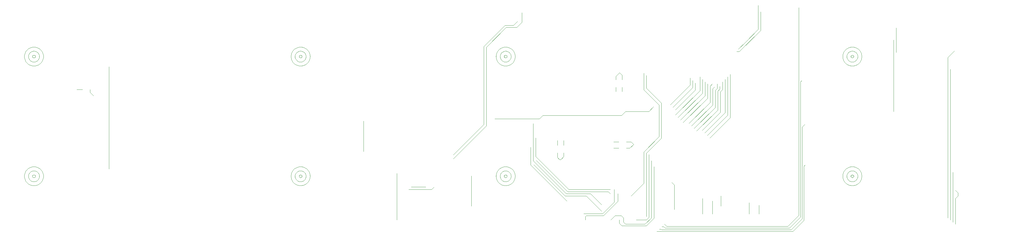
<source format=gbl>
*%FSLAX23Y23*%
*%MOIN*%
G01*
D14*
X11485Y7590D02*
X11667Y7772D01*
X11691Y7752D02*
X11515Y7575D01*
X9860Y9064D02*
X9625Y8829D01*
X9595Y8839D02*
X9845Y9089D01*
X9625Y7899D02*
X9235Y7509D01*
Y7554D02*
X9595Y7914D01*
X12265Y7754D02*
X12505Y7994D01*
X12475Y8024D02*
X12235Y7784D01*
X12205Y7814D02*
X12445Y8054D01*
X12238Y8227D02*
X11950Y7939D01*
X11920Y7969D02*
X12208Y8257D01*
X12178Y8287D02*
X11890Y7999D01*
X11860Y8089D02*
X12093Y8322D01*
X12063Y8352D02*
X11830Y8119D01*
X11800Y8149D02*
X12033Y8382D01*
X13355Y6799D02*
X13235Y6679D01*
X11485Y7219D02*
X11335Y7069D01*
X12613Y8778D02*
X12865Y9030D01*
X12837Y9042D02*
X12681Y8886D01*
X13335Y6819D02*
X13205Y6689D01*
X13185Y6709D02*
X13315Y6839D01*
X12020Y7929D02*
X12268Y8177D01*
X12298Y8147D02*
X12050Y7899D01*
X12080Y7869D02*
X12328Y8117D01*
X12358Y8087D02*
X12110Y7839D01*
X12175Y7844D02*
X12389Y8058D01*
X12148Y8317D02*
X11860Y8029D01*
X11667Y8145D02*
X11485Y8327D01*
X11515Y8346D02*
X11691Y8170D01*
X10585Y7119D02*
X10215Y7489D01*
X10855Y7094D02*
X10985Y6964D01*
X10570Y7094D02*
X10180Y7484D01*
X10185Y7439D02*
X10555Y7069D01*
X10805D02*
X10985Y6889D01*
X10574Y7010D02*
X10150Y7434D01*
X10208Y7536D02*
X10600Y7144D01*
X8175Y7594D02*
X8175Y7929D01*
X11225Y6714D02*
X11515D01*
X11500Y6734D02*
X11270D01*
X11640Y6649D02*
X13245D01*
X13185Y6709D02*
X11780D01*
X11755Y6689D02*
X13205D01*
X13225Y6669D02*
X11720D01*
X11690Y6674D02*
X11670D01*
X11695Y6669D02*
X11720D01*
Y6704D02*
X11700D01*
X11735Y6689D02*
X11755D01*
Y6709D02*
X11780D01*
X11515Y6784D02*
X11395D01*
X11220Y6834D02*
X11145D01*
X11065Y7119D02*
X10585D01*
X10570Y7094D02*
X10855D01*
X10805Y7069D02*
X10555D01*
X8980Y7144D02*
X8710D01*
X10600D02*
X11090D01*
X8910Y7174D02*
X8740D01*
X4945Y8294D02*
Y8329D01*
Y8294D02*
X4985Y8254D01*
X11427Y8070D02*
X11546D01*
X11472D02*
X11270D01*
X11222Y8021D02*
X10365D01*
X10292D01*
X10253Y7983D02*
X9724D01*
X4855Y8329D02*
X4790D01*
X12581Y8778D02*
X12613D01*
X9985Y9064D02*
X9860D01*
X9845Y9089D02*
X9945D01*
X8175Y7955D02*
Y7864D01*
X8980Y7144D02*
X9010Y7174D01*
X9625Y7899D02*
Y8829D01*
X9595Y8839D02*
Y7914D01*
X10045Y9124D02*
Y9239D01*
Y9124D02*
X9985Y9064D01*
X9945Y9089D02*
X9995Y9139D01*
X10208Y7754D02*
Y7536D01*
X10180Y7484D02*
Y7924D01*
X10150Y7647D02*
Y7434D01*
X10253Y7983D02*
X10292Y8021D01*
X10570Y7014D02*
X10575Y7009D01*
X11065Y7119D02*
X11090Y7094D01*
X11195Y6784D02*
Y6744D01*
X11245Y6759D02*
Y6809D01*
X11145Y6834D02*
X11095Y6784D01*
X11195Y6744D02*
X11225Y6714D01*
X11245Y6809D02*
X11220Y6834D01*
X11245Y6759D02*
X11270Y6734D01*
X11222Y8021D02*
X11270Y8070D01*
X11485Y7218D02*
X11459Y7193D01*
X11515Y7546D02*
Y6824D01*
X11485Y7218D02*
Y7590D01*
Y8327D02*
Y8523D01*
X11515Y8494D02*
Y8346D01*
Y7575D02*
Y7542D01*
X11575Y7484D02*
Y6809D01*
X11545Y6814D02*
Y7559D01*
X11667Y7772D02*
Y8100D01*
Y8145D01*
X11605Y7414D02*
Y6804D01*
X11546Y8070D02*
X11600Y8124D01*
X11545Y6814D02*
X11515Y6784D01*
X11500Y6734D02*
X11575Y6809D01*
X11600Y6799D02*
X11515Y6714D01*
X11600Y6799D02*
X11605Y6804D01*
X11691Y7752D02*
Y8170D01*
X11690Y6674D02*
X11695Y6669D01*
X11720Y6704D02*
X11735Y6689D01*
X11755Y6709D02*
X11730Y6734D01*
X12063Y8352D02*
Y8434D01*
X12033Y8464D02*
Y8382D01*
X12178Y8449D02*
Y8287D01*
X12093Y8322D02*
Y8404D01*
X12148Y8479D02*
Y8317D01*
X12238Y8394D02*
Y8227D01*
X12208Y8257D02*
Y8419D01*
X12268Y8369D02*
Y8177D01*
X12298Y8147D02*
Y8338D01*
X12328Y8318D02*
Y8117D01*
X12358Y8087D02*
Y8309D01*
X12383Y8334D02*
Y8364D01*
X12353Y8343D02*
Y8394D01*
X12445Y8449D02*
Y8054D01*
X12415Y8354D02*
Y8419D01*
Y8354D02*
Y8329D01*
X12389Y8303D02*
Y8058D01*
X12268Y8369D02*
X12293Y8394D01*
X12323Y8363D02*
X12298Y8338D01*
X12358Y8309D02*
X12383Y8334D01*
X12353Y8343D02*
X12328Y8318D01*
X12389Y8303D02*
X12415Y8329D01*
X12505Y8509D02*
Y7994D01*
X12475Y8024D02*
Y8479D01*
X12603Y8808D02*
X12681Y8886D01*
X12837Y9042D02*
Y9324D01*
X12865Y9249D02*
Y9030D01*
X13235Y6679D02*
X13225Y6669D01*
X13315Y6839D02*
Y9299D01*
X13335Y8419D02*
Y6819D01*
X13355Y6799D02*
Y7884D01*
X13375Y7419D02*
Y6779D01*
X13335Y8419D02*
X13350Y8434D01*
X13375Y6779D02*
X13275Y6679D01*
X13245Y6649D01*
X13355Y7884D02*
X13390Y7919D01*
Y7434D02*
X13375Y7419D01*
X14435Y8069D02*
Y8909D01*
Y8914D01*
X14465Y8769D02*
Y9059D01*
X15075Y8709D02*
Y6809D01*
X15105Y6784D02*
Y8569D01*
X15165Y7039D02*
Y6734D01*
X15195Y7069D02*
Y7104D01*
X15135Y7349D02*
Y6759D01*
X15075Y8709D02*
X15155Y8789D01*
X15195Y7069D02*
X15165Y7039D01*
X15195Y7104D02*
X15165Y7134D01*
D16*
X10505Y7499D02*
X10490D01*
X11130Y7634D02*
X11190D01*
X11280Y7709D02*
X11335D01*
X11320Y7634D02*
X11280D01*
X10465Y7669D02*
Y7724D01*
Y7579D02*
Y7524D01*
X10490Y7499D01*
X10540Y7534D02*
Y7579D01*
Y7534D02*
X10505Y7499D01*
X11155Y8444D02*
Y8484D01*
X11230Y8354D02*
Y8304D01*
Y8444D02*
Y8499D01*
X11200Y8529D02*
X11155Y8484D01*
X11200Y8529D02*
X11230Y8499D01*
X11365Y7679D02*
X11320Y7634D01*
X11365Y7679D02*
X11335Y7709D01*
D18*
X11180Y7004D02*
X11010Y6834D01*
X11000Y6859D02*
X11135Y6994D01*
X11010Y6834D02*
X10805D01*
X10775Y6859D02*
X10870D01*
X11000D01*
X11130Y7709D02*
X11190D01*
X5170Y7389D02*
Y8599D01*
X8570Y7334D02*
Y6784D01*
X9450Y6949D02*
Y7304D01*
X10540Y7669D02*
Y7724D01*
X10795Y6824D02*
Y6784D01*
Y6824D02*
X10805Y6834D01*
X11180Y7004D02*
Y7094D01*
X11135Y7144D02*
Y6994D01*
X11155Y8304D02*
Y8354D01*
X11845Y7199D02*
Y6909D01*
Y7199D02*
X11815Y7229D01*
X12180Y7039D02*
Y6854D01*
X12295D02*
Y7009D01*
X12395Y6949D02*
Y7069D01*
X12730Y6989D02*
Y6854D01*
X12845D02*
Y6959D01*
D23*
X15255Y7084D02*
D03*
Y8489D02*
D03*
Y7784D02*
D03*
Y9199D02*
D03*
X15105Y6784D02*
D03*
X15075Y6809D02*
D03*
X15005Y6829D02*
D03*
Y7534D02*
D03*
X15105Y8919D02*
D03*
Y8569D02*
D03*
X15165Y7084D02*
D03*
Y6734D02*
D03*
X15135Y6759D02*
D03*
X15165Y7134D02*
D03*
X15135Y7349D02*
D03*
Y7489D02*
D03*
X15165Y8489D02*
D03*
Y9199D02*
D03*
X15155Y8789D02*
D03*
X15165Y7784D02*
D03*
X14820Y7284D02*
D03*
X14865Y7399D02*
D03*
Y6769D02*
D03*
X14910Y7179D02*
D03*
X14865Y8179D02*
D03*
X14895Y8639D02*
D03*
X14865Y8894D02*
D03*
X14970Y8839D02*
D03*
X15000Y8239D02*
D03*
X14955Y8894D02*
D03*
X14610Y7684D02*
D03*
Y6899D02*
D03*
Y8324D02*
D03*
Y9034D02*
D03*
X14465Y9059D02*
D03*
X14435Y8914D02*
D03*
X14465Y8769D02*
D03*
X14435Y8069D02*
D03*
X14300Y7089D02*
D03*
X14325Y7264D02*
D03*
Y7534D02*
D03*
X14255Y9209D02*
D03*
X14250Y8504D02*
D03*
Y7859D02*
D03*
X14225Y8749D02*
D03*
X14330Y8184D02*
D03*
X14060Y7089D02*
D03*
X14125Y7554D02*
D03*
X14135Y8184D02*
D03*
X14060Y9059D02*
D03*
X14165Y8889D02*
D03*
X13880Y6989D02*
D03*
X13935Y9209D02*
D03*
X14018Y7662D02*
D03*
X13750Y8889D02*
D03*
X13710Y7934D02*
D03*
X13650Y8368D02*
D03*
X13700Y9304D02*
D03*
X13785Y7454D02*
D03*
X13770Y7284D02*
D03*
X13755Y6894D02*
D03*
X13770Y7374D02*
D03*
X13785Y8379D02*
D03*
X13770Y7794D02*
D03*
Y8279D02*
D03*
X13775Y7934D02*
D03*
X13520Y6794D02*
D03*
X13465Y7619D02*
D03*
X13558Y7044D02*
D03*
X13465Y7529D02*
D03*
Y8104D02*
D03*
X13455Y8609D02*
D03*
X13465Y8014D02*
D03*
X13455Y8519D02*
D03*
X13560Y8889D02*
D03*
X13250Y7059D02*
D03*
X13350Y8434D02*
D03*
X13343Y8521D02*
D03*
X13250Y8024D02*
D03*
X13240Y8474D02*
D03*
X13315Y9299D02*
D03*
X13410Y6944D02*
D03*
X13390Y7434D02*
D03*
Y7474D02*
D03*
X13405Y7019D02*
D03*
X13365Y7964D02*
D03*
X13390Y7919D02*
D03*
X13100Y6997D02*
D03*
X13165Y8909D02*
D03*
X13235Y7539D02*
D03*
X12870Y7649D02*
D03*
X12910Y7019D02*
D03*
X12870Y7424D02*
D03*
Y7199D02*
D03*
X12865Y8699D02*
D03*
Y9249D02*
D03*
X12870Y7874D02*
D03*
Y8099D02*
D03*
X12865Y8549D02*
D03*
Y8324D02*
D03*
X12730Y6854D02*
D03*
Y6989D02*
D03*
X12655Y7694D02*
D03*
X12690Y6914D02*
D03*
X12716Y8979D02*
D03*
X12655Y8274D02*
D03*
X12845Y6854D02*
D03*
Y6959D02*
D03*
X12785Y9074D02*
D03*
Y9189D02*
D03*
X12837Y9324D02*
D03*
X12573Y6796D02*
D03*
X12555Y9134D02*
D03*
X12485Y9152D02*
D03*
X12505Y8509D02*
D03*
X12475Y8479D02*
D03*
X12550Y7817D02*
D03*
Y8151D02*
D03*
X12535Y8339D02*
D03*
Y8384D02*
D03*
X12485Y7934D02*
D03*
X12540Y8034D02*
D03*
X12603Y8808D02*
D03*
X12581Y8778D02*
D03*
X12590Y8499D02*
D03*
X12295Y6854D02*
D03*
Y7009D02*
D03*
X12310Y7694D02*
D03*
X12342Y6764D02*
D03*
X12323Y8363D02*
D03*
X12383Y8364D02*
D03*
X12353Y8394D02*
D03*
X12293D02*
D03*
X12265Y7754D02*
D03*
X12264Y8909D02*
D03*
X12452Y6909D02*
D03*
X12395Y7069D02*
D03*
Y6949D02*
D03*
X12450Y7635D02*
D03*
X12420Y7817D02*
D03*
X12445Y8788D02*
D03*
X12415Y8419D02*
D03*
X12445Y8449D02*
D03*
X12420Y8151D02*
D03*
X12180Y6854D02*
D03*
Y7039D02*
D03*
X12145Y6874D02*
D03*
X12178Y8449D02*
D03*
X12148Y8479D02*
D03*
X12093Y8404D02*
D03*
X12080Y7869D02*
D03*
X12110Y7839D02*
D03*
X12175Y7844D02*
D03*
X12224Y8909D02*
D03*
X12238Y8394D02*
D03*
X12208Y8419D02*
D03*
X12235Y7784D02*
D03*
X12205Y7814D02*
D03*
X11902Y6909D02*
D03*
X11945Y7559D02*
D03*
X11881Y7319D02*
D03*
X11890Y8294D02*
D03*
X11950Y7939D02*
D03*
X11920Y7969D02*
D03*
X11890Y7999D02*
D03*
X12025Y6796D02*
D03*
X12033Y8464D02*
D03*
X12063Y8434D02*
D03*
X12050Y7899D02*
D03*
X12020Y7929D02*
D03*
X11685Y7214D02*
D03*
X11700Y6704D02*
D03*
X11730Y6734D02*
D03*
X11745Y7559D02*
D03*
X11787Y6758D02*
D03*
X11745Y8239D02*
D03*
X11845Y6909D02*
D03*
X11815Y7039D02*
D03*
Y7229D02*
D03*
X11860Y8029D02*
D03*
Y8089D02*
D03*
X11830Y8119D02*
D03*
X11800Y8149D02*
D03*
X11575Y7484D02*
D03*
X11545Y7559D02*
D03*
X11515Y6824D02*
D03*
X11600Y8124D02*
D03*
X11550Y8524D02*
D03*
X11515Y8494D02*
D03*
X11485Y8524D02*
D03*
X11605Y7414D02*
D03*
X11640Y6649D02*
D03*
X11670Y6674D02*
D03*
X11365Y7679D02*
D03*
X11390Y7647D02*
D03*
X11335Y7069D02*
D03*
X11303Y7378D02*
D03*
X11291Y6914D02*
D03*
X11365Y8014D02*
D03*
X11390Y8375D02*
D03*
Y8120D02*
D03*
Y7903D02*
D03*
X11287Y8644D02*
D03*
X11365Y8324D02*
D03*
X11445Y7394D02*
D03*
Y7304D02*
D03*
X11425Y8584D02*
D03*
X11180Y7094D02*
D03*
X11135Y7144D02*
D03*
X11090D02*
D03*
Y7094D02*
D03*
X11130Y7709D02*
D03*
Y7634D02*
D03*
X11145Y7304D02*
D03*
X11200Y8529D02*
D03*
X11155Y8304D02*
D03*
X11210Y7499D02*
D03*
X11280Y8218D02*
D03*
Y7824D02*
D03*
X11230Y8304D02*
D03*
X10915Y7199D02*
D03*
X10956D02*
D03*
X10985Y6889D02*
D03*
Y6964D02*
D03*
X10956Y7374D02*
D03*
X10917Y8644D02*
D03*
X11015Y7334D02*
D03*
X11075Y7579D02*
D03*
X11035Y8444D02*
D03*
X10760Y7039D02*
D03*
X10775Y6859D02*
D03*
X10725Y6659D02*
D03*
X10740Y8644D02*
D03*
X10870Y7499D02*
D03*
X10825Y8529D02*
D03*
X10540Y7724D02*
D03*
X10621Y8444D02*
D03*
X10661Y7579D02*
D03*
X10330Y7674D02*
D03*
X10310Y7627D02*
D03*
Y7903D02*
D03*
X10325Y8257D02*
D03*
X10420Y8198D02*
D03*
Y7804D02*
D03*
X10395Y8664D02*
D03*
X10330Y7979D02*
D03*
X10490Y7499D02*
D03*
X10444Y7473D02*
D03*
X10465Y7724D02*
D03*
X10470Y8524D02*
D03*
X10460Y8399D02*
D03*
Y8329D02*
D03*
X10120Y7553D02*
D03*
X10185Y7439D02*
D03*
X10215Y7489D02*
D03*
X10150Y7647D02*
D03*
X10120Y8399D02*
D03*
Y8279D02*
D03*
Y8329D02*
D03*
X10208Y7754D02*
D03*
X10180Y7924D02*
D03*
X10125Y8899D02*
D03*
X10190Y8139D02*
D03*
X10210Y8440D02*
D03*
X10235Y6749D02*
D03*
X9925Y7554D02*
D03*
X9915Y8559D02*
D03*
Y8170D02*
D03*
X10080Y8669D02*
D03*
X9723Y7983D02*
D03*
X9540Y7304D02*
D03*
X9565Y8179D02*
D03*
X9340Y8584D02*
D03*
X9350Y8184D02*
D03*
X9450Y6949D02*
D03*
Y7304D02*
D03*
X9510Y8034D02*
D03*
X9235Y7509D02*
D03*
Y7554D02*
D03*
X9240Y8634D02*
D03*
X9195Y8489D02*
D03*
X9246Y8134D02*
D03*
X9295Y8284D02*
D03*
Y8384D02*
D03*
X9300Y8884D02*
D03*
Y8784D02*
D03*
X9010Y7174D02*
D03*
X8935Y7609D02*
D03*
X8970Y8179D02*
D03*
Y8694D02*
D03*
X9048Y8179D02*
D03*
X8997Y8294D02*
D03*
X8950Y8514D02*
D03*
X8997Y8799D02*
D03*
X9090Y8459D02*
D03*
X9100Y8964D02*
D03*
X9074Y8679D02*
D03*
X8740Y7174D02*
D03*
X8780Y7234D02*
D03*
X8820Y8489D02*
D03*
X8910Y7174D02*
D03*
X8875Y8699D02*
D03*
Y8184D02*
D03*
Y8094D02*
D03*
X8865Y8964D02*
D03*
X8570Y7334D02*
D03*
X8630Y7089D02*
D03*
X8570Y7424D02*
D03*
X8650Y8049D02*
D03*
Y8564D02*
D03*
X8550Y8539D02*
D03*
X8710Y7144D02*
D03*
X8200Y7364D02*
D03*
X8175Y7594D02*
D03*
X8175Y7949D02*
D03*
X8340Y8374D02*
D03*
X8055Y8714D02*
D03*
X8080Y7499D02*
D03*
X7855Y8334D02*
D03*
X7680Y6944D02*
D03*
X7750Y7214D02*
D03*
X7715Y9014D02*
D03*
X7695Y8459D02*
D03*
X7005Y9014D02*
D03*
X6985Y8459D02*
D03*
X7145Y8334D02*
D03*
X5310Y7979D02*
D03*
Y8544D02*
D03*
X5045Y7154D02*
D03*
X5055Y7349D02*
D03*
X5025Y8379D02*
D03*
X5170Y7389D02*
D03*
Y8599D02*
D03*
Y7924D02*
D03*
X4840Y7394D02*
D03*
Y7094D02*
D03*
X4985Y8254D02*
D03*
X5020Y7927D02*
D03*
X4775Y7529D02*
D03*
Y8074D02*
D03*
X4790Y8329D02*
D03*
D28*
X13834Y8720D02*
X13836D01*
X13834D02*
X13835Y8709D01*
X13837Y8699D01*
X13839Y8688D01*
X13843Y8678D01*
X13847Y8668D01*
X13852Y8659D01*
X13859Y8650D01*
X13866Y8642D01*
X13873Y8635D01*
X13882Y8628D01*
X13891Y8623D01*
X13900Y8618D01*
X13910Y8614D01*
X13920Y8611D01*
X13931Y8609D01*
X13942Y8608D01*
X13952D01*
X13963Y8609D01*
X13974Y8611D01*
X13984Y8614D01*
X13994Y8618D01*
X14003Y8623D01*
X14012Y8628D01*
X14021Y8635D01*
X14028Y8642D01*
X14035Y8650D01*
X14042Y8659D01*
X14047Y8668D01*
X14051Y8678D01*
X14055Y8688D01*
X14057Y8699D01*
X14059Y8709D01*
X14060Y8720D01*
X14060D01*
X14060D02*
X14059Y8731D01*
X14057Y8741D01*
X14055Y8752D01*
X14051Y8762D01*
X14047Y8772D01*
X14042Y8781D01*
X14035Y8790D01*
X14028Y8798D01*
X14021Y8805D01*
X14012Y8812D01*
X14003Y8817D01*
X13994Y8822D01*
X13984Y8826D01*
X13974Y8829D01*
X13963Y8831D01*
X13952Y8832D01*
X13942D01*
X13931Y8831D01*
X13920Y8829D01*
X13910Y8826D01*
X13900Y8822D01*
X13891Y8817D01*
X13882Y8812D01*
X13873Y8805D01*
X13866Y8798D01*
X13859Y8790D01*
X13852Y8781D01*
X13847Y8772D01*
X13843Y8762D01*
X13839Y8752D01*
X13837Y8741D01*
X13835Y8731D01*
X13834Y8720D01*
X13882D02*
X13884D01*
X13882D02*
X13883Y8710D01*
X13885Y8701D01*
X13889Y8692D01*
X13894Y8684D01*
X13900Y8676D01*
X13907Y8670D01*
X13915Y8664D01*
X13923Y8660D01*
X13933Y8657D01*
X13942Y8656D01*
X13952D01*
X13961Y8657D01*
X13971Y8660D01*
X13979Y8664D01*
X13987Y8670D01*
X13994Y8676D01*
X14000Y8684D01*
X14005Y8692D01*
X14009Y8701D01*
X14011Y8710D01*
X14012Y8720D01*
X14012D01*
X14012D02*
X14011Y8730D01*
X14009Y8739D01*
X14005Y8748D01*
X14000Y8756D01*
X13994Y8764D01*
X13987Y8770D01*
X13979Y8776D01*
X13971Y8780D01*
X13961Y8783D01*
X13952Y8784D01*
X13942D01*
X13933Y8783D01*
X13923Y8780D01*
X13915Y8776D01*
X13907Y8770D01*
X13900Y8764D01*
X13894Y8756D01*
X13889Y8748D01*
X13885Y8739D01*
X13883Y8730D01*
X13882Y8720D01*
X13930D02*
X13932D01*
X13930D02*
X13931Y8714D01*
X13934Y8709D01*
X13939Y8706D01*
X13944Y8704D01*
X13950D01*
X13955Y8706D01*
X13960Y8709D01*
X13963Y8714D01*
X13964Y8720D01*
X13964D01*
X13964D02*
X13963Y8726D01*
X13960Y8731D01*
X13955Y8734D01*
X13950Y8736D01*
X13944D01*
X13939Y8734D01*
X13934Y8731D01*
X13931Y8726D01*
X13930Y8720D01*
X13834Y7303D02*
X13836D01*
X13834D02*
X13835Y7292D01*
X13837Y7282D01*
X13839Y7271D01*
X13843Y7261D01*
X13847Y7251D01*
X13852Y7242D01*
X13859Y7233D01*
X13866Y7225D01*
X13873Y7218D01*
X13882Y7211D01*
X13891Y7206D01*
X13900Y7201D01*
X13910Y7197D01*
X13920Y7194D01*
X13931Y7192D01*
X13942Y7191D01*
X13952D01*
X13963Y7192D01*
X13974Y7194D01*
X13984Y7197D01*
X13994Y7201D01*
X14003Y7206D01*
X14012Y7211D01*
X14021Y7218D01*
X14028Y7225D01*
X14035Y7233D01*
X14042Y7242D01*
X14047Y7251D01*
X14051Y7261D01*
X14055Y7271D01*
X14057Y7282D01*
X14059Y7292D01*
X14060Y7303D01*
X14060D01*
X14060D02*
X14059Y7314D01*
X14057Y7324D01*
X14055Y7335D01*
X14051Y7345D01*
X14047Y7355D01*
X14042Y7364D01*
X14035Y7373D01*
X14028Y7381D01*
X14021Y7388D01*
X14012Y7395D01*
X14003Y7400D01*
X13994Y7405D01*
X13984Y7409D01*
X13974Y7412D01*
X13963Y7414D01*
X13952Y7415D01*
X13942D01*
X13931Y7414D01*
X13920Y7412D01*
X13910Y7409D01*
X13900Y7405D01*
X13891Y7400D01*
X13882Y7395D01*
X13873Y7388D01*
X13866Y7381D01*
X13859Y7373D01*
X13852Y7364D01*
X13847Y7355D01*
X13843Y7345D01*
X13839Y7335D01*
X13837Y7324D01*
X13835Y7314D01*
X13834Y7303D01*
X13882D02*
X13884D01*
X13882D02*
X13883Y7293D01*
X13885Y7284D01*
X13889Y7275D01*
X13894Y7267D01*
X13900Y7259D01*
X13907Y7253D01*
X13915Y7247D01*
X13923Y7243D01*
X13933Y7240D01*
X13942Y7239D01*
X13952D01*
X13961Y7240D01*
X13971Y7243D01*
X13979Y7247D01*
X13987Y7253D01*
X13994Y7259D01*
X14000Y7267D01*
X14005Y7275D01*
X14009Y7284D01*
X14011Y7293D01*
X14012Y7303D01*
X14012D01*
X14012D02*
X14011Y7313D01*
X14009Y7322D01*
X14005Y7331D01*
X14000Y7339D01*
X13994Y7347D01*
X13987Y7353D01*
X13979Y7359D01*
X13971Y7363D01*
X13961Y7366D01*
X13952Y7367D01*
X13942D01*
X13933Y7366D01*
X13923Y7363D01*
X13915Y7359D01*
X13907Y7353D01*
X13900Y7347D01*
X13894Y7339D01*
X13889Y7331D01*
X13885Y7322D01*
X13883Y7313D01*
X13882Y7303D01*
X13930D02*
X13932D01*
X13930D02*
X13931Y7297D01*
X13934Y7292D01*
X13939Y7289D01*
X13944Y7287D01*
X13950D01*
X13955Y7289D01*
X13960Y7292D01*
X13963Y7297D01*
X13964Y7303D01*
X13964D01*
X13964D02*
X13963Y7309D01*
X13960Y7314D01*
X13955Y7317D01*
X13950Y7319D01*
X13944D01*
X13939Y7317D01*
X13934Y7314D01*
X13931Y7309D01*
X13930Y7303D01*
X9740Y8720D02*
X9742D01*
X9740D02*
X9741Y8709D01*
X9743Y8699D01*
X9745Y8688D01*
X9749Y8678D01*
X9753Y8668D01*
X9758Y8659D01*
X9765Y8650D01*
X9772Y8642D01*
X9779Y8635D01*
X9788Y8628D01*
X9797Y8623D01*
X9806Y8618D01*
X9816Y8614D01*
X9826Y8611D01*
X9837Y8609D01*
X9848Y8608D01*
X9858D01*
X9869Y8609D01*
X9880Y8611D01*
X9890Y8614D01*
X9900Y8618D01*
X9909Y8623D01*
X9918Y8628D01*
X9927Y8635D01*
X9934Y8642D01*
X9941Y8650D01*
X9948Y8659D01*
X9953Y8668D01*
X9957Y8678D01*
X9961Y8688D01*
X9963Y8699D01*
X9965Y8709D01*
X9966Y8720D01*
X9966D01*
X9966D02*
X9965Y8731D01*
X9963Y8741D01*
X9961Y8752D01*
X9957Y8762D01*
X9953Y8772D01*
X9948Y8781D01*
X9941Y8790D01*
X9934Y8798D01*
X9927Y8805D01*
X9918Y8812D01*
X9909Y8817D01*
X9900Y8822D01*
X9890Y8826D01*
X9880Y8829D01*
X9869Y8831D01*
X9858Y8832D01*
X9848D01*
X9837Y8831D01*
X9826Y8829D01*
X9816Y8826D01*
X9806Y8822D01*
X9797Y8817D01*
X9788Y8812D01*
X9779Y8805D01*
X9772Y8798D01*
X9765Y8790D01*
X9758Y8781D01*
X9753Y8772D01*
X9749Y8762D01*
X9745Y8752D01*
X9743Y8741D01*
X9741Y8731D01*
X9740Y8720D01*
X9788D02*
X9790D01*
X9788D02*
X9789Y8710D01*
X9791Y8701D01*
X9795Y8692D01*
X9800Y8684D01*
X9806Y8676D01*
X9813Y8670D01*
X9821Y8664D01*
X9829Y8660D01*
X9839Y8657D01*
X9848Y8656D01*
X9858D01*
X9867Y8657D01*
X9877Y8660D01*
X9885Y8664D01*
X9893Y8670D01*
X9900Y8676D01*
X9906Y8684D01*
X9911Y8692D01*
X9915Y8701D01*
X9917Y8710D01*
X9918Y8720D01*
X9918D01*
X9918D02*
X9917Y8730D01*
X9915Y8739D01*
X9911Y8748D01*
X9906Y8756D01*
X9900Y8764D01*
X9893Y8770D01*
X9885Y8776D01*
X9877Y8780D01*
X9867Y8783D01*
X9858Y8784D01*
X9848D01*
X9839Y8783D01*
X9829Y8780D01*
X9821Y8776D01*
X9813Y8770D01*
X9806Y8764D01*
X9800Y8756D01*
X9795Y8748D01*
X9791Y8739D01*
X9789Y8730D01*
X9788Y8720D01*
X9836D02*
X9838D01*
X9836D02*
X9837Y8714D01*
X9840Y8709D01*
X9845Y8706D01*
X9850Y8704D01*
X9856D01*
X9861Y8706D01*
X9866Y8709D01*
X9869Y8714D01*
X9870Y8720D01*
X9870D01*
X9870D02*
X9869Y8726D01*
X9866Y8731D01*
X9861Y8734D01*
X9856Y8736D01*
X9850D01*
X9845Y8734D01*
X9840Y8731D01*
X9837Y8726D01*
X9836Y8720D01*
X9740Y7303D02*
X9742D01*
X9740D02*
X9741Y7292D01*
X9743Y7282D01*
X9745Y7271D01*
X9749Y7261D01*
X9753Y7251D01*
X9758Y7242D01*
X9765Y7233D01*
X9772Y7225D01*
X9779Y7218D01*
X9788Y7211D01*
X9797Y7206D01*
X9806Y7201D01*
X9816Y7197D01*
X9826Y7194D01*
X9837Y7192D01*
X9848Y7191D01*
X9858D01*
X9869Y7192D01*
X9880Y7194D01*
X9890Y7197D01*
X9900Y7201D01*
X9909Y7206D01*
X9918Y7211D01*
X9927Y7218D01*
X9934Y7225D01*
X9941Y7233D01*
X9948Y7242D01*
X9953Y7251D01*
X9957Y7261D01*
X9961Y7271D01*
X9963Y7282D01*
X9965Y7292D01*
X9966Y7303D01*
X9966D01*
X9966D02*
X9965Y7314D01*
X9963Y7324D01*
X9961Y7335D01*
X9957Y7345D01*
X9953Y7355D01*
X9948Y7364D01*
X9941Y7373D01*
X9934Y7381D01*
X9927Y7388D01*
X9918Y7395D01*
X9909Y7400D01*
X9900Y7405D01*
X9890Y7409D01*
X9880Y7412D01*
X9869Y7414D01*
X9858Y7415D01*
X9848D01*
X9837Y7414D01*
X9826Y7412D01*
X9816Y7409D01*
X9806Y7405D01*
X9797Y7400D01*
X9788Y7395D01*
X9779Y7388D01*
X9772Y7381D01*
X9765Y7373D01*
X9758Y7364D01*
X9753Y7355D01*
X9749Y7345D01*
X9745Y7335D01*
X9743Y7324D01*
X9741Y7314D01*
X9740Y7303D01*
X9788D02*
X9790D01*
X9788D02*
X9789Y7293D01*
X9791Y7284D01*
X9795Y7275D01*
X9800Y7267D01*
X9806Y7259D01*
X9813Y7253D01*
X9821Y7247D01*
X9829Y7243D01*
X9839Y7240D01*
X9848Y7239D01*
X9858D01*
X9867Y7240D01*
X9877Y7243D01*
X9885Y7247D01*
X9893Y7253D01*
X9900Y7259D01*
X9906Y7267D01*
X9911Y7275D01*
X9915Y7284D01*
X9917Y7293D01*
X9918Y7303D01*
X9918D01*
X9918D02*
X9917Y7313D01*
X9915Y7322D01*
X9911Y7331D01*
X9906Y7339D01*
X9900Y7347D01*
X9893Y7353D01*
X9885Y7359D01*
X9877Y7363D01*
X9867Y7366D01*
X9858Y7367D01*
X9848D01*
X9839Y7366D01*
X9829Y7363D01*
X9821Y7359D01*
X9813Y7353D01*
X9806Y7347D01*
X9800Y7339D01*
X9795Y7331D01*
X9791Y7322D01*
X9789Y7313D01*
X9788Y7303D01*
X9836D02*
X9838D01*
X9836D02*
X9837Y7297D01*
X9840Y7292D01*
X9845Y7289D01*
X9850Y7287D01*
X9856D01*
X9861Y7289D01*
X9866Y7292D01*
X9869Y7297D01*
X9870Y7303D01*
X9870D01*
X9870D02*
X9869Y7309D01*
X9866Y7314D01*
X9861Y7317D01*
X9856Y7319D01*
X9850D01*
X9845Y7317D01*
X9840Y7314D01*
X9837Y7309D01*
X9836Y7303D01*
X7318Y8720D02*
X7320D01*
X7318D02*
X7319Y8709D01*
X7321Y8699D01*
X7323Y8688D01*
X7327Y8678D01*
X7331Y8668D01*
X7336Y8659D01*
X7343Y8650D01*
X7350Y8642D01*
X7357Y8635D01*
X7366Y8628D01*
X7375Y8623D01*
X7384Y8618D01*
X7394Y8614D01*
X7404Y8611D01*
X7415Y8609D01*
X7426Y8608D01*
X7436D01*
X7447Y8609D01*
X7458Y8611D01*
X7468Y8614D01*
X7478Y8618D01*
X7487Y8623D01*
X7496Y8628D01*
X7505Y8635D01*
X7512Y8642D01*
X7519Y8650D01*
X7526Y8659D01*
X7531Y8668D01*
X7535Y8678D01*
X7539Y8688D01*
X7541Y8699D01*
X7543Y8709D01*
X7544Y8720D01*
X7544D01*
X7544D02*
X7543Y8731D01*
X7541Y8741D01*
X7539Y8752D01*
X7535Y8762D01*
X7531Y8772D01*
X7526Y8781D01*
X7519Y8790D01*
X7512Y8798D01*
X7505Y8805D01*
X7496Y8812D01*
X7487Y8817D01*
X7478Y8822D01*
X7468Y8826D01*
X7458Y8829D01*
X7447Y8831D01*
X7436Y8832D01*
X7426D01*
X7415Y8831D01*
X7404Y8829D01*
X7394Y8826D01*
X7384Y8822D01*
X7375Y8817D01*
X7366Y8812D01*
X7357Y8805D01*
X7350Y8798D01*
X7343Y8790D01*
X7336Y8781D01*
X7331Y8772D01*
X7327Y8762D01*
X7323Y8752D01*
X7321Y8741D01*
X7319Y8731D01*
X7318Y8720D01*
X7366D02*
X7368D01*
X7366D02*
X7367Y8710D01*
X7369Y8701D01*
X7373Y8692D01*
X7378Y8684D01*
X7384Y8676D01*
X7391Y8670D01*
X7399Y8664D01*
X7407Y8660D01*
X7417Y8657D01*
X7426Y8656D01*
X7436D01*
X7445Y8657D01*
X7455Y8660D01*
X7463Y8664D01*
X7471Y8670D01*
X7478Y8676D01*
X7484Y8684D01*
X7489Y8692D01*
X7493Y8701D01*
X7495Y8710D01*
X7496Y8720D01*
X7496D01*
X7496D02*
X7495Y8730D01*
X7493Y8739D01*
X7489Y8748D01*
X7484Y8756D01*
X7478Y8764D01*
X7471Y8770D01*
X7463Y8776D01*
X7455Y8780D01*
X7445Y8783D01*
X7436Y8784D01*
X7426D01*
X7417Y8783D01*
X7407Y8780D01*
X7399Y8776D01*
X7391Y8770D01*
X7384Y8764D01*
X7378Y8756D01*
X7373Y8748D01*
X7369Y8739D01*
X7367Y8730D01*
X7366Y8720D01*
X7414D02*
X7416D01*
X7414D02*
X7415Y8714D01*
X7418Y8709D01*
X7423Y8706D01*
X7428Y8704D01*
X7434D01*
X7439Y8706D01*
X7444Y8709D01*
X7447Y8714D01*
X7448Y8720D01*
X7448D01*
X7448D02*
X7447Y8726D01*
X7444Y8731D01*
X7439Y8734D01*
X7434Y8736D01*
X7428D01*
X7423Y8734D01*
X7418Y8731D01*
X7415Y8726D01*
X7414Y8720D01*
X7318Y7303D02*
X7320D01*
X7318D02*
X7319Y7292D01*
X7321Y7282D01*
X7323Y7271D01*
X7327Y7261D01*
X7331Y7251D01*
X7336Y7242D01*
X7343Y7233D01*
X7350Y7225D01*
X7357Y7218D01*
X7366Y7211D01*
X7375Y7206D01*
X7384Y7201D01*
X7394Y7197D01*
X7404Y7194D01*
X7415Y7192D01*
X7426Y7191D01*
X7436D01*
X7447Y7192D01*
X7458Y7194D01*
X7468Y7197D01*
X7478Y7201D01*
X7487Y7206D01*
X7496Y7211D01*
X7505Y7218D01*
X7512Y7225D01*
X7519Y7233D01*
X7526Y7242D01*
X7531Y7251D01*
X7535Y7261D01*
X7539Y7271D01*
X7541Y7282D01*
X7543Y7292D01*
X7544Y7303D01*
X7544D01*
X7544D02*
X7543Y7314D01*
X7541Y7324D01*
X7539Y7335D01*
X7535Y7345D01*
X7531Y7355D01*
X7526Y7364D01*
X7519Y7373D01*
X7512Y7381D01*
X7505Y7388D01*
X7496Y7395D01*
X7487Y7400D01*
X7478Y7405D01*
X7468Y7409D01*
X7458Y7412D01*
X7447Y7414D01*
X7436Y7415D01*
X7426D01*
X7415Y7414D01*
X7404Y7412D01*
X7394Y7409D01*
X7384Y7405D01*
X7375Y7400D01*
X7366Y7395D01*
X7357Y7388D01*
X7350Y7381D01*
X7343Y7373D01*
X7336Y7364D01*
X7331Y7355D01*
X7327Y7345D01*
X7323Y7335D01*
X7321Y7324D01*
X7319Y7314D01*
X7318Y7303D01*
X7366D02*
X7368D01*
X7366D02*
X7367Y7293D01*
X7369Y7284D01*
X7373Y7275D01*
X7378Y7267D01*
X7384Y7259D01*
X7391Y7253D01*
X7399Y7247D01*
X7407Y7243D01*
X7417Y7240D01*
X7426Y7239D01*
X7436D01*
X7445Y7240D01*
X7455Y7243D01*
X7463Y7247D01*
X7471Y7253D01*
X7478Y7259D01*
X7484Y7267D01*
X7489Y7275D01*
X7493Y7284D01*
X7495Y7293D01*
X7496Y7303D01*
X7496D01*
X7496D02*
X7495Y7313D01*
X7493Y7322D01*
X7489Y7331D01*
X7484Y7339D01*
X7478Y7347D01*
X7471Y7353D01*
X7463Y7359D01*
X7455Y7363D01*
X7445Y7366D01*
X7436Y7367D01*
X7426D01*
X7417Y7366D01*
X7407Y7363D01*
X7399Y7359D01*
X7391Y7353D01*
X7384Y7347D01*
X7378Y7339D01*
X7373Y7331D01*
X7369Y7322D01*
X7367Y7313D01*
X7366Y7303D01*
X7414D02*
X7416D01*
X7414D02*
X7415Y7297D01*
X7418Y7292D01*
X7423Y7289D01*
X7428Y7287D01*
X7434D01*
X7439Y7289D01*
X7444Y7292D01*
X7447Y7297D01*
X7448Y7303D01*
X7448D01*
X7448D02*
X7447Y7309D01*
X7444Y7314D01*
X7439Y7317D01*
X7434Y7319D01*
X7428D01*
X7423Y7317D01*
X7418Y7314D01*
X7415Y7309D01*
X7414Y7303D01*
X4170Y8720D02*
X4170D01*
X4170D02*
X4170Y8709D01*
X4172Y8699D01*
X4174Y8688D01*
X4178Y8678D01*
X4182Y8668D01*
X4187Y8659D01*
X4194Y8650D01*
X4201Y8642D01*
X4208Y8635D01*
X4217Y8628D01*
X4226Y8623D01*
X4235Y8618D01*
X4245Y8614D01*
X4255Y8611D01*
X4266Y8609D01*
X4277Y8608D01*
X4287D01*
X4298Y8609D01*
X4309Y8611D01*
X4319Y8614D01*
X4329Y8618D01*
X4338Y8623D01*
X4347Y8628D01*
X4356Y8635D01*
X4363Y8642D01*
X4370Y8650D01*
X4377Y8659D01*
X4382Y8668D01*
X4386Y8678D01*
X4390Y8688D01*
X4392Y8699D01*
X4394Y8709D01*
X4394Y8720D01*
X4396D01*
X4394D02*
X4394Y8731D01*
X4392Y8741D01*
X4390Y8752D01*
X4386Y8762D01*
X4382Y8772D01*
X4377Y8781D01*
X4370Y8790D01*
X4363Y8798D01*
X4356Y8805D01*
X4347Y8812D01*
X4338Y8817D01*
X4329Y8822D01*
X4319Y8826D01*
X4309Y8829D01*
X4298Y8831D01*
X4287Y8832D01*
X4277D01*
X4266Y8831D01*
X4255Y8829D01*
X4245Y8826D01*
X4235Y8822D01*
X4226Y8817D01*
X4217Y8812D01*
X4208Y8805D01*
X4201Y8798D01*
X4194Y8790D01*
X4187Y8781D01*
X4182Y8772D01*
X4178Y8762D01*
X4174Y8752D01*
X4172Y8741D01*
X4170Y8731D01*
X4170Y8720D01*
X4218D02*
X4218D01*
X4218D02*
X4218Y8710D01*
X4220Y8701D01*
X4224Y8692D01*
X4229Y8684D01*
X4235Y8676D01*
X4242Y8670D01*
X4250Y8664D01*
X4258Y8660D01*
X4268Y8657D01*
X4277Y8656D01*
X4287D01*
X4296Y8657D01*
X4306Y8660D01*
X4314Y8664D01*
X4322Y8670D01*
X4329Y8676D01*
X4335Y8684D01*
X4340Y8692D01*
X4344Y8701D01*
X4346Y8710D01*
X4346Y8720D01*
X4348D01*
X4346D02*
X4346Y8730D01*
X4344Y8739D01*
X4340Y8748D01*
X4335Y8756D01*
X4329Y8764D01*
X4322Y8770D01*
X4314Y8776D01*
X4306Y8780D01*
X4296Y8783D01*
X4287Y8784D01*
X4277D01*
X4268Y8783D01*
X4258Y8780D01*
X4250Y8776D01*
X4242Y8770D01*
X4235Y8764D01*
X4229Y8756D01*
X4224Y8748D01*
X4220Y8739D01*
X4218Y8730D01*
X4218Y8720D01*
X4266D02*
X4266D01*
X4266D02*
X4266Y8714D01*
X4269Y8709D01*
X4274Y8706D01*
X4279Y8704D01*
X4285D01*
X4290Y8706D01*
X4295Y8709D01*
X4298Y8714D01*
X4298Y8720D01*
X4300D01*
X4298D02*
X4298Y8726D01*
X4295Y8731D01*
X4290Y8734D01*
X4285Y8736D01*
X4279D01*
X4274Y8734D01*
X4269Y8731D01*
X4266Y8726D01*
X4266Y8720D01*
X4170Y7303D02*
X4170D01*
X4170D02*
X4170Y7292D01*
X4172Y7282D01*
X4174Y7271D01*
X4178Y7261D01*
X4182Y7251D01*
X4187Y7242D01*
X4194Y7233D01*
X4201Y7225D01*
X4208Y7218D01*
X4217Y7211D01*
X4226Y7206D01*
X4235Y7201D01*
X4245Y7197D01*
X4255Y7194D01*
X4266Y7192D01*
X4277Y7191D01*
X4287D01*
X4298Y7192D01*
X4309Y7194D01*
X4319Y7197D01*
X4329Y7201D01*
X4338Y7206D01*
X4347Y7211D01*
X4356Y7218D01*
X4363Y7225D01*
X4370Y7233D01*
X4377Y7242D01*
X4382Y7251D01*
X4386Y7261D01*
X4390Y7271D01*
X4392Y7282D01*
X4394Y7292D01*
X4394Y7303D01*
X4396D01*
X4394D02*
X4394Y7314D01*
X4392Y7324D01*
X4390Y7335D01*
X4386Y7345D01*
X4382Y7355D01*
X4377Y7364D01*
X4370Y7373D01*
X4363Y7381D01*
X4356Y7388D01*
X4347Y7395D01*
X4338Y7400D01*
X4329Y7405D01*
X4319Y7409D01*
X4309Y7412D01*
X4298Y7414D01*
X4287Y7415D01*
X4277D01*
X4266Y7414D01*
X4255Y7412D01*
X4245Y7409D01*
X4235Y7405D01*
X4226Y7400D01*
X4217Y7395D01*
X4208Y7388D01*
X4201Y7381D01*
X4194Y7373D01*
X4187Y7364D01*
X4182Y7355D01*
X4178Y7345D01*
X4174Y7335D01*
X4172Y7324D01*
X4170Y7314D01*
X4170Y7303D01*
X4218D02*
X4218D01*
X4218D02*
X4218Y7293D01*
X4220Y7284D01*
X4224Y7275D01*
X4229Y7267D01*
X4235Y7259D01*
X4242Y7253D01*
X4250Y7247D01*
X4258Y7243D01*
X4268Y7240D01*
X4277Y7239D01*
X4287D01*
X4296Y7240D01*
X4306Y7243D01*
X4314Y7247D01*
X4322Y7253D01*
X4329Y7259D01*
X4335Y7267D01*
X4340Y7275D01*
X4344Y7284D01*
X4346Y7293D01*
X4346Y7303D01*
X4348D01*
X4346D02*
X4346Y7313D01*
X4344Y7322D01*
X4340Y7331D01*
X4335Y7339D01*
X4329Y7347D01*
X4322Y7353D01*
X4314Y7359D01*
X4306Y7363D01*
X4296Y7366D01*
X4287Y7367D01*
X4277D01*
X4268Y7366D01*
X4258Y7363D01*
X4250Y7359D01*
X4242Y7353D01*
X4235Y7347D01*
X4229Y7339D01*
X4224Y7331D01*
X4220Y7322D01*
X4218Y7313D01*
X4218Y7303D01*
X4266D02*
X4266D01*
X4266D02*
X4266Y7297D01*
X4269Y7292D01*
X4274Y7289D01*
X4279Y7287D01*
X4285D01*
X4290Y7289D01*
X4295Y7292D01*
X4298Y7297D01*
X4298Y7303D01*
X4300D01*
X4298D02*
X4298Y7309D01*
X4295Y7314D01*
X4290Y7317D01*
X4285Y7319D01*
X4279D01*
X4274Y7317D01*
X4269Y7314D01*
X4266Y7309D01*
X4266Y7303D01*
D32*
X11285Y9139D02*
D03*
X10885D02*
D03*
X11835Y9239D02*
D03*
X11785Y9139D02*
D03*
X11735Y9239D02*
D03*
X11685Y9139D02*
D03*
X11635Y9239D02*
D03*
X11585Y9139D02*
D03*
X11535Y9239D02*
D03*
X11485Y9139D02*
D03*
X11435Y9239D02*
D03*
X11385Y9139D02*
D03*
X11335Y9239D02*
D03*
X11235D02*
D03*
X11185Y9139D02*
D03*
X11135Y9239D02*
D03*
X11085Y9139D02*
D03*
X11035Y9239D02*
D03*
X10985Y9139D02*
D03*
X10935Y9239D02*
D03*
X10095Y9139D02*
D03*
X9695D02*
D03*
X10645Y9239D02*
D03*
X10595Y9139D02*
D03*
X10545Y9239D02*
D03*
X10495Y9139D02*
D03*
X10445Y9239D02*
D03*
X10395Y9139D02*
D03*
X10345Y9239D02*
D03*
X10295Y9139D02*
D03*
X10245Y9239D02*
D03*
X10195Y9139D02*
D03*
X10145Y9239D02*
D03*
X10045D02*
D03*
X9995Y9139D02*
D03*
X9945Y9239D02*
D03*
X9895Y9139D02*
D03*
X9845Y9239D02*
D03*
X9795Y9139D02*
D03*
X9745Y9239D02*
D03*
X8835Y7454D02*
D03*
X9035D02*
D03*
X4332Y7961D02*
D03*
Y7561D02*
D03*
X4232Y8511D02*
D03*
X4332Y8461D02*
D03*
X4232Y8411D02*
D03*
X4332Y8361D02*
D03*
X4232Y8311D02*
D03*
X4332Y8261D02*
D03*
X4232Y8211D02*
D03*
X4332Y8161D02*
D03*
X4232Y8111D02*
D03*
X4332Y8061D02*
D03*
X4232Y8011D02*
D03*
Y7911D02*
D03*
X4332Y7861D02*
D03*
X4232Y7811D02*
D03*
X4332Y7761D02*
D03*
X4232Y7711D02*
D03*
X4332Y7661D02*
D03*
X4232Y7611D02*
D03*
D33*
X10575Y7009D02*
D03*
X10665D02*
D03*
X10485D02*
D03*
D36*
X11396Y6784D02*
D03*
X11296D02*
D03*
X11196D02*
D03*
X11096D02*
D03*
X10996D02*
D03*
X10896D02*
D03*
X8670D02*
D03*
X8770D02*
D03*
X8870D02*
D03*
X8970D02*
D03*
X9070D02*
D03*
X9170D02*
D03*
D39*
X15389Y7758D02*
D03*
Y7658D02*
D03*
Y9175D02*
D03*
Y9075D02*
D03*
X15390Y8366D02*
D03*
Y8466D02*
D03*
X15388Y6947D02*
D03*
Y7047D02*
D03*
D42*
X15588Y6948D02*
D03*
X10829Y9211D02*
D03*
X9639D02*
D03*
X4260Y7505D02*
D03*
D45*
X15687Y7047D02*
D03*
X15489D02*
D03*
Y6849D02*
D03*
X15687D02*
D03*
D51*
X15589Y9275D02*
D03*
D53*
Y7458D02*
D03*
Y7858D02*
D03*
Y8875D02*
D03*
X15590Y8566D02*
D03*
Y8166D02*
D03*
X15588Y7147D02*
D03*
Y6747D02*
D03*
D88*
X11190Y7634D02*
D03*
X11280D02*
D03*
X11190Y7709D02*
D03*
X11280D02*
D03*
X4855Y8329D02*
D03*
X4945D02*
D03*
D98*
X11155Y8354D02*
D03*
Y8444D02*
D03*
X11230Y8354D02*
D03*
Y8444D02*
D03*
X10540Y7669D02*
D03*
Y7579D02*
D03*
X10465Y7669D02*
D03*
Y7579D02*
D03*
D102*
X10796Y6784D02*
D03*
X8570D02*
D03*
M02*

</source>
